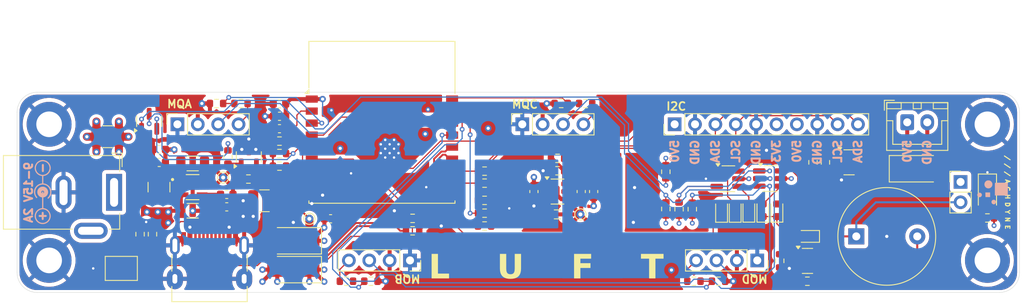
<source format=kicad_pcb>
(kicad_pcb (version 20240108) (generator "pcbnew") (generator_version "8.0")
  (layers (0 "F.Cu" signal) (1 "In1.Cu" signal) (2 "In2.Cu" signal) (31 "B.Cu" signal) (34 "B.Paste" user) (35 "F.Paste" user) (36 "B.SilkS" user "B.Silkscreen") (37 "F.SilkS" user "F.Silkscreen") (38 "B.Mask" user) (39 "F.Mask" user) (44 "Edge.Cuts" user))
  (net 0 "")
  (net 1 "/BUZZ_GND")
  (net 2 "/BUZZ_MQA")
  (net 3 "/BUZZ_MQB")
  (net 4 "/BUZZ_MQC")
  (net 5 "/FAN_GND")
  (net 6 "/PWR5V0")
  (net 7 "GND")
  (net 8 "Net-(Q2-G)")
  (net 9 "/PWR3V3")
  (net 10 "/ESP_EN")
  (net 11 "Net-(D2-A)")
  (net 12 "/ADCC_MQA")
  (net 13 "/USBC_DP")
  (net 14 "/USB_DP")
  (net 15 "/USBC_DN")
  (net 16 "/USB_DN")
  (net 17 "Net-(U1-GPIO2{slash}ADC1_CH2)")
  (net 18 "/ESP_BOOT")
  (net 19 "Net-(U3-FB)")
  (net 20 "Net-(U3-SW)")
  (net 21 "/ADC_MQA")
  (net 22 "/PWM_FAN")
  (net 23 "/ADC_LIGHT")
  (net 24 "/ADC_MQB")
  (net 25 "/ADC_MQC")
  (net 26 "/ADC_MQD")
  (net 27 "/BUZZ")
  (net 28 "/PWRIN")
  (net 29 "/SW")
  (net 30 "Net-(U2-BST)")
  (net 31 "/ADCC_MQB")
  (net 32 "/ADCC_MQC")
  (net 33 "/ADCC_MQD")
  (net 34 "Net-(U2-FB)")
  (net 35 "/SCL")
  (net 36 "/SDA")
  (net 37 "/MQ_ON")
  (net 39 "/PWRINBUCK")
  (net 41 "/PWRBUCK5V0")
  (net 42 "Net-(J6-CC2)")
  (net 43 "Net-(J6-CC1)")
  (net 44 "/PWRVBUS")
  (net 45 "/VBUS")
  (net 46 "/BUZZ_MQD")
  (net 47 "Net-(Q3-G)")
  (net 48 "/BUZZ_MCU")
  (net 49 "/BUZZ_MQIA")
  (net 50 "/BUZZ_MQIB")
  (net 51 "/BUZZ_MQIC")
  (net 52 "/BUZZ_MQID")
  (net 53 "Net-(Q4-G)")
  (net 54 "Net-(R26-Pad1)")
  (net 55 "Net-(Q1-D)")
  (net 56 "/PWRMQ")
  (net 57 "/PWRBUZZ")
  (footprint "Resistor_SMD:R_0603_1608Metric" (layer "F.Cu") (at 149.325 115.75 180)
    (property "Reference" "R4" (hide yes))
    (property "Value" "0R")
  )
  (footprint "Connector_PinHeader_2.54mm:PinHeader_1x10_P2.54mm_Vertical" (layer "F.Cu") (at 182 104 90)
    (property "Reference" "J9" (hide yes))
    (property "Value" "Conn_01x10_Pin")
  )
  (footprint "Resistor_SMD:R_0603_1608Metric" (layer "F.Cu") (at 195.1 121.05 -90)
    (property "Reference" "R27" (hide yes))
    (property "Value" "1K")
  )
  (footprint "Resistor_SMD:R_0603_1608Metric" (layer "F.Cu") (at 141.075 123.6)
    (property "Reference" "R8" (hide yes))
    (property "Value" "47K")
  )
  (footprint "Diode_SMD:D_SMA" (layer "F.Cu") (at 134.45 118.55 180)
    (property "Reference" "D4" (hide yes))
    (property "Value" "DSS34")
  )
  (footprint "Diode_SMD:D_0603_1608Metric" (layer "F.Cu") (at 193 114.7375 90)
    (property "Reference" "D9" (hide yes))
    (property "Value" "D")
  )
  (footprint "Capacitor_SMD:C_1206_3216Metric" (layer "F.Cu") (at 121.9 108.9 180)
    (property "Reference" "C5" (hide yes))
    (property "Value" "100nF16v")
  )
  (footprint "Resistor_SMD:R_0603_1608Metric" (layer "F.Cu") (at 116.89 117.725 -90)
    (property "Reference" "R25" (hide yes))
    (property "Value" "5K1")
  )
  (footprint "Resistor_SMD:R_0603_1608Metric" (layer "F.Cu") (at 180.9 114.575 -90)
    (property "Reference" "R31" (hide yes))
    (property "Value" "10K")
  )
  (footprint "Resistor_SMD:R_0603_1608Metric" (layer "F.Cu") (at 184.2 114.6 -90)
    (property "Reference" "R32" (hide yes))
    (property "Value" "10K")
  )
  (footprint "Diode_SMD:D_0603_1608Metric" (layer "F.Cu") (at 194.75 114.7375 90)
    (property "Reference" "D8" (hide yes))
    (property "Value" "D")
  )
  (footprint "Resistor_SMD:R_0603_1608Metric" (layer "F.Cu") (at 158.3 109.85 180)
    (property "Reference" "R21" (hide yes))
    (property "Value" "10K")
  )
  (footprint "Diode_SMD:D_SMA" (layer "F.Cu") (at 134.45 122.15 180)
    (property "Reference" "D3" (hide yes))
    (property "Value" "DSS34")
  )
  (footprint "Diode_SMD:D_SMA" (layer "F.Cu") (at 212.2725 109.55)
    (property "Reference" "D1" (hide yes))
    (property "Value" "DSS34")
  )
  (footprint "Buzzer_Beeper:Buzzer_12x9.5RM7.6" (layer "F.Cu") (at 204.65 118)
    (property "Reference" "BZ1" (hide yes))
    (property "Value" "Buzzer")
  )
  (footprint "Capacitor_SMD:C_0603_1608Metric" (layer "F.Cu") (at 132.725 101.45 180)
    (property "Reference" "C3" (hide yes))
    (property "Value" "100nF")
  )
  (footprint "Diode_SMD:D_0603_1608Metric" (layer "F.Cu") (at 189.55 114.75 90)
    (property "Reference" "D6" (hide yes))
    (property "Value" "D")
  )
  (footprint "Resistor_SMD:R_0603_1608Metric" (layer "F.Cu") (at 132.725 106.1 180)
    (property "Reference" "R7" (hide yes))
    (property "Value" "10K")
  )
  (footprint "Diode_SMD:D_0603_1608Metric" (layer "F.Cu") (at 198.575 118 180)
    (property "Reference" "D11" (hide yes))
    (property "Value" "D")
  )
  (footprint "Capacitor_SMD:C_0603_1608Metric" (layer "F.Cu") (at 171.9 112.4 -90)
    (property "Reference" "C10" (hide yes))
    (property "Value" "10uF")
  )
  (footprint "LD-CONNECTORS:USB_C_Receptacle_HRO_TYPE-C-31-M-12-BIG-PADS-PASTE" (layer "F.Cu") (at 124 122.25)
    (property "Reference" "J6" (hide yes))
    (property "Value" "USB_C_Receptacle_USB2.0_14P")
  )
  (footprint "Resistor_SMD:R_0603_1608Metric" (layer "F.Cu") (at 199.25 108.75 90)
    (property "Reference" "R1" (hide yes))
    (property "Value" "536")
  )
  (footprint "Package_TO_SOT_SMD:SOT-23-6_Handsoldering" (layer "F.Cu") (at 188.6 110.8)
    (property "Reference" "U4" (hide yes))
    (property "Value" "SN74LVC2GU04DBVR")
  )
  (footprint "LD-POWER:SOT95P280X100-6N" (layer "F.Cu") (at 121.89 111.85)
    (property "Reference" "U2" (hide yes))
    (property "Value" "AP62300TWU-7")
  )
  (footprint "Capacitor_SMD:C_0603_1608Metric" (layer "F.Cu") (at 126.15 112.76)
    (property "Reference" "R18" (hide yes))
    (property "Value" "56K2")
  )
  (footprint "RF_Module:ESP32-C3-WROOM-02" (layer "F.Cu") (at 145.5 106.85)
    (property "Reference" "U1" (hide yes))
    (property "Value" "ESP32-C3-WROOM-02")
  )
  (footprint "LD-SWITCH:Button_2P_3x4mm" (layer "F.Cu") (at 113 122 180)
    (property "Reference" "SW1" (hide yes))
    (property "Value" "SW_Push")
  )
  (footprint "Resistor_SMD:R_0603_1608Metric" (layer "F.Cu") (at 198.55 123.6 180)
    (property "Reference" "R28" (hide yes))
    (property "Value" "10K")
  )
  (footprint "Resistor_SMD:R_0603_1608Metric" (layer "F.Cu") (at 158.3 116.7 180)
    (property "Reference" "R35" (hide yes))
    (property "Value" "100K")
  )
  (footprint "Resistor_SMD:R_0603_1608Metric" (layer "F.Cu") (at 187.475 123.6)
    (property "Reference" "R15" (hide yes))
    (property "Value" "12K")
  )
  (footprint "Capacitor_SMD:C_0603_1608Metric" (layer "F.Cu") (at 170.35 112.4 90)
    (property "Reference" "C9" (hide yes))
    (property "Value" "10pF")
  )
  (footprint "Resistor_SMD:R_0603_1608Metric" (layer "F.Cu") (at 132.725 107.65 180)
    (property "Reference" "R37" (hide yes))
    (property "Value" "10K")
  )
  (footprint "Package_TO_SOT_SMD:SOT-23" (layer "F.Cu") (at 128.9 108.075 90)
    (property "Reference" "Q4" (hide yes))
    (property "Value" "SI2301-HXY-P-CH")
  )
  (footprint "Resistor_SMD:R_0603_1608Metric" (layer "F.Cu") (at 127.925 101.4 180)
    (property "Reference" "R9" (hide yes))
    (property "Value" "47K")
  )
  (footprint "MountingHole:MountingHole_3.2mm_M3_DIN965_Pad" (layer "F.Cu") (at 221 104)
    (property "Reference" "H2" (hide yes))
    (property "Value" "MountingHole_Pad")
  )
  (footprint "Resistor_SMD:R_0603_1608Metric" (layer "F.Cu") (at 167.85 101.4 180)
    (property "Reference" "R13" (hide yes))
    (property "Value" "12K")
  )
  (footprint "Package_TO_SOT_SMD:SOT-23" (layer "F.Cu") (at 198.5625 121.0625)
    (property "Reference" "Q3" (hide yes))
    (property "Value" "SI2300-HXY-N-CH")
  )
  (footprint "Resistor_SMD:R_0603_1608Metric" (layer "F.Cu") (at 124.875 101.4 180)
    (property "Reference" "R10" (hide yes))
    (property "Value" "12K")
  )
  (footprint "Capacitor_SMD:C_0603_1608Metric" (layer "F.Cu") (at 117.725 107.15)
    (property "Reference" "C6" (hide yes))
    (property "Value" "22uF")
  )
  (footprint "Resistor_SMD:R_0603_1608Metric" (layer "F.Cu") (at 200.8 108.75 90)
    (property "Reference" "R2" (hide yes))
    (property "Value" "10K")
  )
  (footprint "LD-MISC:R_PHOTO_3624" (layer "F.Cu") (at 161.375 114.3 -90)
    (property "Reference" "R33" (hide yes))
    (property "Value" "R_Photo")
  )
  (footprint "Package_TO_SOT_SMD:SOT-23-6_Handsoldering" (layer "F.Cu") (at 193.9 110.775)
    (property "Reference" "U5" (hide yes))
    (property "Value" "SN74LVC2GU04DBVR")
  )
  (footprint "Connector_PinSocket_2.54mm:PinSocket_1x04_P2.54mm_Vertical" (layer "F.Cu") (at 163 104 90)
    (property "Reference" "J3" (hide yes))
    (property "Value" "Conn_01x04_Socket")
  )
  (footprint "Connector_PinHeader_2.54mm:PinHeader_1x02_P2.54mm_Vertical" (layer "F.Cu") (at 217.65 111.2)
    (property "Reference" "JP1" (hide yes))
    (property "Value" "Jumper_2_Open")
  )
  (footprint "Connector_PinSocket_2.54mm:PinSocket_1x04_P2.54mm_Vertical" (layer "F.Cu") (at 120 104 90)
    (property "Reference" "J1" (hide yes))
    (property "Value" "Conn_01x04_Socket")
  )
  (footprint "LED_SMD:LED_1206_3216Metric" (layer "F.Cu") (at 221 112.495 -90)
    (property "Reference" "D2" (hide yes))
    (property "Value" "LED")
  )
  (footprint "Diode_SMD:D_0603_1608Metric" (layer "F.Cu") (at 187.85 114.75 90)
    (property "Reference" "D5" (hide yes))
    (property "Value" "CDBU0320-HF")
  )
  (footprint "Resistor_SMD:R_0603_1608Metric" (layer "F.Cu") (at 158.3 111.35 180)
    (property "Reference" "R20" (hide yes))
    (property "Value" "10K")
  )
  (footprint "Capacitor_SMD:C_0603_1608Metric" (layer "F.Cu") (at 126.15 114.31)
    (property "Reference" "R19" (hide yes))
    (property "Value" "10K")
  )
  (footprint "Resistor_SMD:R_0603_1608Metric" (layer "F.Cu") (at 158.3 115.1)
    (property "Reference" "R34" (hide yes))
    (property "Value" "200K")
  )
  (footprint "Connector_JST:JST_XH_B2B-XH-A_1x02_P2.50mm_Vertical" (layer "F.Cu") (at 211 103.75)
    (property "Reference" "J5" (hide yes))
    (property "Value" "FAN")
  )
  (footprint "Resistor_SMD:R_0603_1608Metric" (layer "F.Cu") (at 128.85 110.8375)
    (property "Reference" "R17" (hide yes))
    (property "Value" "536")
  )
  (footprint "Connector_BarrelJack:BarrelJack_GCT_DCJ200-10-A_Horizontal" (layer "F.Cu") (at 112.1 112.5 -90)
    (property "Reference" "J7" (hide yes))
    (property "Value" "Barrel_Jack")
  )
  (footprint "TestPoint:TestPoint_THTPad_D1.0mm_Drill0.5mm" (layer "F.Cu") (at 136.45 115.8)
    (property "Reference" "TP3" (hide yes))
    (property "Value" "TP_PWR5V0")
  )
  (footprint "Package_TO_SOT_SMD:SOT-23-6" (layer "F.Cu") (at 167.3875 112.4)
    (property "Reference" "U3" (hide yes))
    (property "Value" "TLV62568DDC")
  )
  (footprint "Resistor_SMD:R_0603_1608Metric" (layer "F.Cu") (at 167.4 109.8 180)
    (property "Reference" "R23" (hide yes))
    (property "Value" "44.2K")
  )
  (footprint "Resistor_SMD:R_0603_1608Metric" (layer "F.Cu") (at 132.725 109.225 180)
    (property "Reference" "R6" (hide yes))
    (property "Value" "10K")
  )
  (footprint "Capacitor_SMD:C_0603_1608Metric" (layer "F.Cu") (at 132.725 103 180)
    (property "Reference" "C1" (hide yes))
    (property "Value" "10uF")
  )
  (footprint "Diode_SMD:D_0603_1608Metric" (layer "F.Cu") (at 191.25 114.7375 90)
    (property "Reference" "D7" (hide yes))
    (property "Value" "D")
  )
  (footprint "TestPoint:TestPoint_THTPad_D1.0mm_Drill0.5mm" (layer "F.Cu") (at 170.25 115.25)
    (property "Reference" "TP2" (hide yes))
    (property "Value" "TP_PWR3V3")
  )
  (footprint "Package_TO_SOT_SMD:SOT-23" (layer "F.Cu") (at 203.75 108.75)
    (property "Reference" "Q2" (hide yes))
    (property "Value" "SI2300-HXY-N-CH")
  )
  (footprint "Resistor_SMD:R_0603_1608Metric" (layer "F.Cu") (at 167.4 108.25 180)
    (property "Reference" "R22" (hide yes))
    (property "Value" "200K")
  )
  (footprint "Package_TO_SOT_SMD:SOT-23" (layer "F.Cu") (at 116.475 103.625 90)
    (property "Reference" "Q1" (hide yes))
    (property "Value" "BSS138")
  )
  (footprint "Resistor_SMD:R_0603_1608Metric" (layer "F.Cu") (at 170.9 101.4 180)
    (property "Reference" "R12" (hide yes))
    (property "Value" "47K")
  )
  (footprint "Resistor_SMD:R_0603_1608Metric" (layer "F.Cu") (at 180.9 109.925 90)
    (property "Reference" "R29" (hide yes))
    (property "Value" "10K")
  )
  (footprint "Resistor_SMD:R_0603_1608Metric" (layer "F.Cu") (at 149.325 117.3 180)
    (property "Reference" "R5" (hide yes))
    (property "Value" "0R")
  )
  (footprint "Capacitor_SMD:C_0603_1608Metric" (layer "F.Cu") (at 117.725 108.76)
    (property "Reference" "C7" (hide yes))
    (property "Value" "22uF")
  )
  (footprint "Resistor_SMD:R_0603_1608Metric" (layer "F.Cu") (at 182.55 114.6 -90)
    (property "Reference" "R30" (hide yes))
    (property "Value" "10K")
  )
  (footprint "Resistor_SMD:R_0603_1608Metric" (layer "F.Cu") (at 158.3 113.5 180)
    (property "Reference" "R26" (hide yes))
    (property "Value" "10K")
  )
  (footprint "MountingHole:MountingHole_3.2mm_M3_DIN965_Pad" (layer "F.Cu") (at 221 121)
    (property "Reference" "H4" (hide yes))
    (property "Value" "MountingHole_Pad")
  )
  (footprint "MountingHole:MountingHole_3.2mm_M3_DIN965_Pad" (layer "F.Cu") (at 104 104)
    (property "Reference" "H1" (hide yes))
    (property "Value" "MountingHole_Pad")
  )
  (footprint "Connector_PinSocket_2.54mm:PinSocket_1x04_P2.54mm_Vertical" (layer "F.Cu") (at 192.3 121 -90)
    (property "Reference" "J4" (hide yes))
    (property "Value" "Conn_01x04_Socket")
  )
  (footprint "Resistor_SMD:R_0603_1608Metric" (layer "F.Cu") (at 184.4 123.6)
    (property "Reference" "R14" (hide yes))
    (property "Value" "47K")
  )
  (footprint "Capacitor_SMD:C_1206_3216Metric" (layer "F.Cu") (at 121.9 114.8)
    (property "Reference" "C4" (hide yes))
    (property "Value" "10uF16v")
  )
  (footprint "Resistor_SMD:R_0603_1608Metric" (layer "F.Cu") (at 126.3 108.0875 -90)
    (property "Reference" "R16" (hide yes))
    (property "Value" "1K")
  )
  (footprint "Capacitor_SMD:C_0603_1608Metric" (layer "F.Cu") (at 132.725 104.55 180)
    (property "Reference" "C2" (hide yes))
    (property "Value" "1uF")
  )
  (footprint "Resistor_SMD:R_0603_1608Metric" (layer "F.Cu") (at 221 115.7)
    (property "Reference" "R3" (hide yes))
    (property "Value" "2K2")
  )
  (footprint "Fuse:Fuse_1210_3225Metric" (layer "F.Cu") (at 130.85 113.55)
    (property "Reference" "F2" (hide yes))
    (property "Value" "FUSE_1A_TRIP")
  )
  (footprint "MountingHole:MountingHole_3.2mm_M3_DIN965_Pad" (layer "F.Cu") (at 104 121)
    (property "Reference" "H3" (hide yes))
    (property "Value" "MountingHole_Pad")
  )
  (footprint "Inductor_SMD:L_0805_2012Metric" (layer "F.Cu") (at 167.3875 115.25)
    (property "Reference" "L2" (hide yes))
    (property "Value" "INDUCTOR_2.2uH")
  )
  (footprint "Connector_PinSocket_2.54mm:PinSocket_1x04_P2.54mm_Vertical" (layer "F.Cu") (at 149 121 -90)
    (property "Reference" "J2" (hide yes))
    (property "Value" "Conn_01x04_Socket")
  )
  (footprint "Capacitor_SMD:C_0603_1608Metric" (layer "F.Cu") (at 139.1 115.8)
    (property "Reference" "C11" (hide yes))
    (property "Value" "22uF")
  )
  (footprint "TestPoint:TestPoint_THTPad_D1.0mm_Drill0.5mm" (layer "F.Cu") (at 125.7 110.65)
    (property "Reference" "TP1" (hide yes))
    (property "Value" "TP_PWRBUCK5V0")
  )
  (footprint "Capacitor_SMD:C_0603_1608Metric" (layer "F.Cu") (at 164.45 112.4 -90)
    (property "Reference" "C8" (hide yes))
    (property "Value" "4.7uF")
  )
  (footprint "Resistor_SMD:R_0603_1608Metric" (layer "F.Cu") (at 115.34 117.725 -90)
    (property "Reference" "R24" (hide yes))
    (property "Value" "5K1")
  )
  (footprint "Inductor_SMD:L_1210_3225Metric" (layer "F.Cu") (at 117.7 111.85 90)
    (property "Reference" "L1" (hide yes))
    (property "Value" "INDUCTOR_3.3uH")
  )
  (footprint "Resistor_SMD:R_0603_1608Metric" (layer "F.Cu") (at 144.125 123.6)
    (property "Reference" "R11" (hide yes))
    (property "Value" "12K")
  )
  (footprint "Fuse:Fuse_1210_3225Metric" (layer "F.Cu") (at 111.3 105.55)
    (property "Reference" "F1" (hide yes))
    (property "Value" "FUSE_2.5A_TRIP")
  )
  (footprint "Symbol:Symbol_Barrel_Polarity" (layer "B.Cu") (at 103.125 112.463125 -90)
    (property "Reference" "REF**" (hide yes))
    (property "Value" "Symbol_Barrel_Polarity")
  )
  (footprint "LD-LOGO:ld-kicad" (layer "B.Cu") (at 221.7 112.346993 -90)
    (property "Reference" "G***" (hide yes))
    (property "Value" "LOGO")
  )
  (gr_line (start 225 102.5) (end 225 122.5) (stroke (width 0.05)) (layer "Edge.Cuts"))
  (gr_line (start 222.5 125) (end 102.5 125) (stroke (width 0.05)) (layer "Edge.Cuts"))
  (gr_arc (start 225 122.5) (mid 224.267767 124.267767) (end 222.5 125) (stroke (width 0.05)) (layer "Edge.Cuts"))
  (gr_arc (start 100 102.5) (mid 100.732233 100.732233) (end 102.5 100) (stroke (width 0.05)) (layer "Edge.Cuts"))
  (gr_arc (start 102.5 125) (mid 100.732233 124.267767) (end 100 122.5) (stroke (width 0.05)) (layer "Edge.Cuts"))
  (gr_arc (start 222.5 100) (mid 224.267767 100.732233) (end 225 102.5) (stroke (width 0.05)) (layer "Edge.Cuts"))
  (gr_line (start 100 122.5) (end 100 102.5) (stroke (width 0.05)) (layer "Edge.Cuts"))
  (gr_line (start 102.5 100) (end 222.5 100) (stroke (width 0.05)) (layer "Edge.Cuts"))
  (gr_text "GND" (at 199.775 105.825 90) (layer "B.SilkS") (effects (font (size 1 1) (thickness 0.25) (bold yes)) (justify left mirror)))
  (gr_text "GND" (at 213.475 105.825 90) (layer "B.SilkS") (effects (font (size 1 1) (thickness 0.25) (bold yes)) (justify left mirror)))
  (gr_text "+" (at 103.2 115.513125 180) (layer "B.SilkS") (effects (font (size 1 1) (thickness 0.25) (bold yes)) (justify mirror)))
  (gr_text "9-15V 2A" (at 101.425 112.5 90) (layer "B.SilkS") (effects (font (size 1 1) (thickness 0.25) (bold yes)) (justify mirror)))
  (gr_text "SCL" (at 189.625 105.825 90) (layer "B.SilkS") (effects (font (size 1 1) (thickness 0.25) (bold yes)) (justify left mirror)))
  (gr_text "GND" (at 192.15 105.825 90) (layer "B.SilkS") (effects (font (size 1 1) (thickness 0.25) (bold yes)) (justify left mirror)))
  (gr_text "SCL" (at 202.325 105.825 90) (layer "B.SilkS") (effects (font (size 1 1) (thickness 0.25) (bold yes)) (justify left mirror)))
  (gr_text "3V3" (at 194.675 105.825 90) (layer "B.SilkS") (effects (font (size 1 1) (thickness 0.25) (bold yes)) (justify left mirror)))
  (gr_text "SDA" (at 204.85 105.825 90) (layer "B.SilkS") (effects (font (size 1 1) (thickness 0.25) (bold yes)) (justify left mirror)))
  (gr_text "5V0" (at 182 105.825 90) (layer "B.SilkS") (effects (font (size 1 1) (thickness 0.25) (bold yes)) (justify left mirror)))
  (gr_text "5V0" (at 211 105.825 90) (layer "B.SilkS") (effects (font (size 1 1) (thickness 0.25) (bold yes)) (justify left mirror)))
  (gr_text "GND" (at 184.525 105.825 90) (layer "B.SilkS") (effects (font (size 1 1) (thickness 0.25) (bold yes)) (justify left mirror)))
  (gr_text "5V0" (at 197.225 105.825 90) (layer "B.SilkS") (effects (font (size 1 1) (thickness 0.25) (bold yes)) (justify left mirror)))
  (gr_text "SDA" (at 187.075 105.825 90) (layer "B.SilkS") (effects (font (size 1 1) (thickness 0.25) (bold yes)) (justify left mirror)))
  (gr_text "-" (at 103.15 109.463125 90) (layer "B.SilkS") (effects (font (size 1 1) (thickness 0.25) (bold yes)) (justify mirror)))
  (gr_text "MQD" (at 193.7 122.7 180) (layer "F.SilkS") (effects (font (size 1 1) (thickness 0.2) (bold yes)) (justify left bottom)))
  (gr_text "MQA" (at 118.6 102.05 0) (layer "F.SilkS") (effects (font (size 1 1) (thickness 0.2) (bold yes)) (justify left bottom)))
  (gr_text "/ / / A C H D Y N E" (at 223.5 112.5 270) (layer "F.SilkS") (effects (font (size 0.55 0.55) (thickness 0.1375) (bold yes))))
  (gr_text "I2C" (at 180.85 102.35 0) (layer "F.SilkS") (effects (font (size 1 1) (thickness 0.2) (bold yes)) (justify left bottom)))
  (gr_text "MQC" (at 161.6 102.1 0) (layer "F.SilkS") (effects (font (size 1 1) (thickness 0.2) (bold yes)) (justify left bottom)))
  (gr_text "MQB" (at 150.4 122.7 180) (layer "F.SilkS") (effects (font (size 1 1) (thickness 0.2) (bold yes)) (justify left bottom)))
  (gr_text "L    U    F    T" (at 165.975 122 0) (layer "F.SilkS") (effects (font (size 3 3) (thickness 0.3) (bold yes))))
  (segment (start 212.25 119.775) (end 212.25 118) (width 0.25) (layer "F.Cu") (net 1))
  (segment (start 210.9625 121.0625) (end 212.25 119.775) (width 0.25) (layer "F.Cu") (net 1))
  (segment (start 199.5 121.0625) (end 210.9625 121.0625) (width 0.25) (layer "F.Cu") (net 1))
  (segment (start 197.7875 118) (end 199.5 119.7125) (width 0.25) (layer "F.Cu") (net 1))
  (segment (start 199.5 119.7125) (end 199.5 121.0625) (width 0.25) (layer "F.Cu") (net 1))
  (segment (start 183.15 110.75) (end 184.05 109.85) (width 0.15) (layer "F.Cu") (net 2))
  (segment (start 180.9 110.75) (end 180.9 111.625) (width 0.15) (layer "F.Cu") (net 2))
  (segment (start 187.25 109.85) (end 185.9 109.85) (width 0.15) (layer "F.Cu") (net 2))
  (segment (start 184.05 109.85) (end 185.9 109.85) (width 0.15) (layer "F.Cu") (net 2))
  (segment (start 180.9 110.75) (end 183.15 110.75) (width 0.15) (layer "F.Cu") (net 2))
  (via (at 180.9 111.625) (size 0.6) (drill 0.3) (layers "F.Cu" "B.Cu") (net 2))
  (segment (start 125.08 104) (end 127.68 101.4) (width 0.15) (layer "B.Cu") (net 2))
  (segment (start 127.68 101.4) (end 132.8 101.4) (width 0.15) (layer "B.Cu") (net 2))
  (segment (start 172.9 100.6) (end 176.25 103.95) (width 0.15) (layer "B.Cu") (net 2))
  (segment (start 176.25 107.35) (end 180.525 111.625) (width 0.15) (layer "B.Cu") (net 2))
  (segment (start 138.35 105.1) (end 142.85 100.6) (width 0.15) (layer "B.Cu") (net 2))
  (segment (start 180.525 111.625) (end 180.9 111.625) (width 0.15) (layer "B.Cu") (net 2))
  (segment (start 142.85 100.6) (end 172.9 100.6) (width 0.15) (layer "B.Cu") (net 2))
  (segment (start 132.8 101.4) (end 136.5 105.1) (width 0.15) (layer "B.Cu") (net 2))
  (segment (start 176.25 103.95) (end 176.25 107.35) (width 0.15) (layer "B.Cu") (net 2))
  (segment (start 136.5 105.1) (end 138.35 105.1) (width 0.15) (layer "B.Cu") (net 2))
  (segment (start 182.55 113.775) (end 182.55 112.85) (width 0.15) (layer "F.Cu") (net 3))
  (segment (start 183.65 111.75) (end 182.55 112.85) (width 0.15) (layer "F.Cu") (net 3))
  (segment (start 187.25 111.75) (end 183.65 111.75) (width 0.15) (layer "F.Cu") (net 3))
  (via (at 182.55 112.85) (size 0.6) (drill 0.3) (layers "F.Cu" "B.Cu") (net 3))
  (segment (start 183.95 123.8) (end 184.4 123.35) (width 0.15) (layer "B.Cu") (net 3))
  (segment (start 186.65 123.35) (end 187.8 124.5) (width 0.15) (layer "B.Cu") (net 3))
  (segment (start 145.32 122.4) (end 147.1 122.4) (width 0.15) (layer "B.Cu") (net 3))
  (segment (start 147.1 122.4) (end 148.5 123.8) (width 0.15) (layer "B.Cu") (net 3))
  (segment (start 191.45 108.975) (end 188.675 111.75) (width 0.15) (layer "B.Cu") (net 3))
  (segment (start 187.8 124.5) (end 191.75 124.5) (width 0.15) (layer "B.Cu") (net 3))
  (segment (start 194.425 121.825) (end 194.425 109.4) (width 0.15) (layer "B.Cu") (net 3))
  (segment (start 184.4 123.35) (end 186.65 123.35) (width 0.15) (layer "B.Cu") (net 3))
  (segment (start 183.65 111.75) (end 182.55 112.85) (width 0.15) (layer "B.Cu") (net 3))
  (segment (start 194.425 109.4) (end 194 108.975) (width 0.15) (layer "B.Cu") (net 3))
  (segment (start 148.5 123.8) (end 183.95 123.8) (width 0.15) (layer "B.Cu") (net 3))
  (segment (start 191.75 124.5) (end 194.425 121.825) (width 0.15) (layer "B.Cu") (net 3))
  (segment (start 194 108.975) (end 191.45 108.975) (width 0.15) (layer "B.Cu") (net 3))
  (segment (start 188.675 111.75) (end 183.65 111.75) (width 0.15) (layer "B.Cu") (net 3))
  (segment (start 143.92 121) (end 145.32 122.4) (width 0.15) (layer "B.Cu") (net 3))
  (segment (start 180.9 113.75) (end 180.9 112.85) (width 0.15) (layer "F.Cu") (net 4))
  (segment (start 192.55 109.825) (end 193.85 109.825) (width 0.15) (layer "F.Cu") (net 4))
  (via (at 193.85 109.825) (size 0.6) (drill 0.3) (layers "F.Cu" "B.Cu") (net 4))
  (via (at 180.9 112.85) (size 0.6) (drill 0.3) (layers "F.Cu" "B.Cu") (net 4))
  (segment (start 171.18 100.9) (end 172.55 100.9) (width 0.15) (layer "B.Cu") (net 4))
  (segment (start 183.4 112.65) (end 183.4 113.05) (width 0.15) (layer "B.Cu") (net 4))
  (segment (start 175.75 107.7) (end 180.9 112.85) (width 0.15) (layer "B.Cu") (net 4))
  (segment (start 191.225 109.825) (end 188.85 112.2) (width 0.15) (layer "B.Cu") (net 4))
  (segment (start 183.4 113.05) (end 182.7 113.75) (width 0.15) (layer "B.Cu") (net 4))
  (segment (start 183.85 112.2) (end 183.4 112.65) (width 0.15) (layer "B.Cu") (net 4))
  (segment (start 181.8 113.75) (end 180.9 112.85) (width 0.15) (layer "B.Cu") (net 4))
  (segment (start 182.7 113.75) (end 181.8 113.75) (width 0.15) (layer "B.Cu") (net 4))
  (segment (start 168.08 104) (end 171.18 100.9) (width 0.15) (layer "B.Cu") (net 4))
  (segment (start 172.55 100.9) (end 175.75 104.1) (width 0.15) (layer "B.Cu") (net 4))
  (segment (start 188.85 112.2) (end 183.85 112.2) (width 0.15) (layer "B.Cu") (net 4))
  (segment (start 193.85 109.825) (end 191.225 109.825) (width 0.15) (layer "B.Cu") (net 4))
  (segment (start 175.75 104.1) (end 175.75 107.7) (width 0.15) (layer "B.Cu") (net 4))
  (segment (start 214.2725 110.7775) (end 214.2725 109.55) (width 0.5) (layer "F.Cu") (net 5))
  (segment (start 205.95 108.75) (end 208.65 111.45) (width 0.5) (layer "F.Cu") (net 5))
  (segment (start 213.5 103.75) (end 213.5 108.7775) (width 0.5) (layer "F.Cu") (net 5))
  (segment (start 204.6875 108.75) (end 205.95 108.75) (width 0.5) (layer "F.Cu") (net 5))
  (segment (start 208.65 111.45) (end 213.6 111.45) (width 0.5) (layer "F.Cu") (net 5))
  (segment (start 213.6 111.45) (end 214.2725 110.7775) (width 0.5) (layer "F.Cu") (net 5))
  (segment (start 213.5 108.7775) (end 214.2725 109.55) (width 0.5) (layer "F.Cu") (net 5))
  (segment (start 130.4625 110.8375) (end 129.675 110.8375) (width 0.25) (layer "F.Cu") (net 6))
  (segment (start 136.45 115.8) (end 134.925 114.275) (width 0.25) (layer "F.Cu") (net 6))
  (segment (start 167.4 112.887499) (end 167.862501 113.35) (width 0.5) (layer "F.Cu") (net 6))
  (segment (start 134.925 114.275) (end 134.925 110.8) (width 0.25) (layer "F.Cu") (net 6))
  (segment (start 182.55 115.425) (end 182.55 116.375) (width 0.15) (layer "F.Cu") (net 6))
  (segment (start 195.25 110.775) (end 196.55 110.775) (width 0.25) (layer "F.Cu") (net 6))
  (segment (start 136.45 118.55) (end 138.3 118.55) (width 0.5) (layer "F.Cu") (net 6))
  (segment (start 221.825 115.7) (end 221.825 116.65) (width 0.25) (layer "F.Cu") (net 6))
  (segment (start 136.8 122.15) (end 138.3 123.65) (width 0.5) (layer "F.Cu") (net 6))
  (segment (start 136.45 122.15) (end 138.3 122.15) (width 0.5) (layer "F.Cu") (net 6))
  (segment (start 136.45 118.55) (end 136.65 118.55) (width 0.5) (layer "F.Cu") (net 6))
  (segment (start 136.45 122.15) (end 136.8 122.15) (width 0.5) (layer "F.Cu") (net 6))
  (segment (start 134.925 110.8) (end 134.45 110.325) (width 0.25) (layer "F.Cu") (net 6))
  (segment (start 211 108.8225) (end 210.2725 109.55) (width 0.5) (layer "F.Cu") (net 6))
  (segment (start 180.9 115.4) (end 180.9 116.35) (width 0.15) (layer "F.Cu") (net 6))
  (segment (start 189.95 110.8) (end 191.25 110.8) (width 0.25) (layer "F.Cu") (net 6))
  (segment (start 180.9 109.1) (end 180.9 108.225) (width 0.15) (layer "F.Cu") (net 6))
  (segment (start 130.975 110.325) (end 130.4625 110.8375) (width 0.25) (layer "F.Cu") (net 6))
  (segment (start 164.625 111.45) (end 164.45 111.625) (width 0.5) (layer "F.Cu") (net 6))
  (segment (start 129.675 109.1875) (end 129.85 109.0125) (width 0.25) (layer "F.Cu") (net 6))
  (segment (start 167.862501 113.35) (end 168.525 113.35) (width 0.5) (layer "F.Cu") (net 6))
  (segment (start 164.45 111.625) (end 164.45 110.6) (width 0.5) (layer "F.Cu") (net 6))
  (segment (start 138.325 116.875) (end 138.3 116.9) (width 0.5) (layer "F.Cu") (net 6))
  (segment (start 211 103.75) (end 211 108.8225) (width 0.5) (layer "F.Cu") (net 6))
  (segment (start 129.675 110.8375) (end 129.675 109.1875) (width 0.25) (layer "F.Cu") (net 6))
  (segment (start 166.912499 111.45) (end 167.4 111.937501) (width 0.5) (layer "F.Cu") (net 6))
  (segment (start 136.45 122.15) (end 136.45 123.65) (width 0.5) (layer "F.Cu") (net 6))
  (segment (start 138.325 115.8) (end 138.325 116.875) (width 0.5) (layer "F.Cu") (net 6))
  (segment (start 136.65 118.55) (end 138.3 116.9) (width 0.5) (layer "F.Cu") (net 6))
  (segment (start 166.25 111.45) (end 164.625 111.45) (width 0.5) (layer "F.Cu") (net 6))
  (segment (start 166.25 111.45) (end 166.912499 111.45) (width 0.5) (layer "F.Cu") (net 6))
  (segment (start 136.45 115.8) (end 136.45 118.55) (width 1) (layer "F.Cu") (net 6))
  (segment (start 184.2 115.425) (end 184.2 116.35) (width 0.15) (layer "F.Cu") (net 6))
  (segment (start 167.4 111.937501) (end 167.4 112.887499) (width 0.5) (layer "F.Cu") (net 6))
  (segment (start 134.45 110.325) (end 130.975 110.325) (width 0.25) (layer "F.Cu") (net 6))
  (via (at 182.55 116.375) (size 0.6) (drill 0.3) (layers "F.Cu" "B.Cu") (net 6))
  (via (at 136.45 123.65) (size 0.8) (drill 0.4) (layers "F.Cu" "B.Cu") (net 6))
  (via (at 164.45 110.6) (size 0.8) (drill 0.4) (layers "F.Cu" "B.Cu") (net 6))
  (via (at 138.3 123.65) (size 0.8) (drill 0.4) (layers "F.Cu" "B.Cu") (net 6))
  (via (at 138.3 118.55) (size 0.8) (drill 0.4) (layers "F.Cu" "B.Cu") (net 6))
  (via (at 180.9 116.35) (size 0.6) (drill 0.3) (layers "F.Cu" "B.Cu") (net 6))
  (via (at 180.9 108.225) (size 0.6) (drill 0.3) (layers "F.Cu" "B.Cu") (net 6))
  (via (at 184.2 116.35) (size 0.6) (drill 0.3) (layers "F.Cu" "B.Cu") (net 6))
  (via (at 191.25 110.8) (size 0.6) (drill 0.3) (layers "F.Cu" "B.Cu") (net 6))
  (via (at 196.55 110.775) (size 0.6) (drill 0.3) (layers "F.Cu" "B.Cu") (net 6))
  (via (at 138.3 122.15) (size 0.8) (drill 0.4) (layers "F.Cu" "B.Cu") (net 6))
  (via (at 221.825 116.65) (size 0.6) (drill 0.3) (layers "F.Cu" "B.Cu") (net 6))
  (via (at 138.3 116.9) (size 0.8) (drill 0.4) (layers "F.Cu" "B.Cu") (net 6))
  (segment (start 124.05 101.4) (end 123.05 101.4) (width 0.5) (layer "F.Cu") (net 7))
  (segment (start 125.375 114.31) (end 123.865 114.31) (width 0.5) (layer "F.Cu") (net 7))
  (segment (start 197.625 122.0125) (end 198.7875 122.0125) (width 0.25) (layer "F.Cu") (net 7))
  (segment (start 187.25 110.8) (end 185.9 110.8) (width 0.25) (layer "F.Cu") (net 7))
  (segment (start 136.75 112.85) (end 138.1 112.85) (width 0.5) (layer "F.Cu") (net 7))
  (segment (start 197.625 122.0125) (end 196.3125 122.0125) (width 0.25) (layer "F.Cu") (net 7))
  (segment (start 199.375 122.6) (end 199.375 123.6) (width 0.25) (layer "F.Cu") (net 7))
  (segment (start 121.9 111.43) (end 121.9 114.8) (width 0.5) (layer "F.Cu") (net 7))
  (segment (start 136.75 112.85) (end 136.75 113.9) (width 0.5) (layer "F.Cu") (net 7))
  (segment (start 115.4 116.9) (end 116.1 116.2) (width 0.15) (layer "F.Cu") (net 7))
  (segment (start 118.5 107.15) (end 118.5 108.76) (width 0.5) (layer "F.Cu") (net 7))
  (segment (start 110.5 122) (end 109.5 122) (width 0.15) (layer "F.Cu") (net 7))
  (segment (start 131.95 103) (end 130.925 103) (width 0.25) (layer "F.Cu") (net 7))
  (segment (start 118.5 107.15) (end 119.6 107.15) (width 0.5) (layer "F.Cu") (net 7))
  (segment (start 164.45 113.175) (end 164.45 114.2) (width 0.5) (layer "F.Cu") (net 7))
  (segment (start 165.225 112.4) (end 164.45 113.175) (width 0.5) (layer "F.Cu") (net 7))
  (segment (start 115.34 116.9) (end 115.4 116.9) (width 0.15) (layer "F.Cu") (net 7))
  (segment (start 120.595 118.205) (end 119.68 119.12) (width 0.5) (layer "F.Cu") (net 7))
  (segment (start 127.25 118.205) (end 127.405 118.205) (width 0.5) (layer "F.Cu") (net 7))
  (segment (start 221 111.1) (end 221 110) (width 0.25) (layer "F.Cu") (net 7))
  (segment (start 161.375 115.9) (end 161.375 114.5) (width 0.15) (layer "F.Cu") (net 7))
  (segment (start 120.75 118.205) (end 120.595 118.205) (width 0.5) (layer "F.Cu") (net 7))
  (segment (start 159.125 116.7) (end 159.925 115.9) (width 0.15) (layer "F.Cu") (net 7))
  (segment (start 127.405 118.205) (end 128.32 119.12) (width 0.5) (layer "F.Cu") (net 7))
  (segment (start 144.95 123.6) (end 145.95 123.6) (width 0.5) (layer "F.Cu") (net 7))
  (segment (start 167.025 101.4) (end 166.05 101.4) (width 0.5) (layer "F.Cu") (net 7))
  (segment (start 198.7875 122.0125) (end 199.375 122.6) (width 0.25) (layer "F.Cu") (net 7))
  (segment (start 123.375 114.8) (end 121.9 114.8) (width 0.5) (layer "F.Cu") (net 7))
  (segment (start 116.8 116.9) (end 116.1 116.2) (width 0.15) (layer "F.Cu") (net 7))
  (segment (start 166.575 109.8) (end 165.6 109.8) (width 0.5) (layer "F.Cu") (net 7))
  (segment (start 196.3125 122.0125) (end 196.3 122) (width 0.25) (layer "F.Cu") (net 7))
  (segment (start 166.25 112.4) (end 165.225 112.4) (width 0.5) (layer "F.Cu") (net 7))
  (segment (start 121.37 110.9) (end 121.9 111.43) (width 0.5) (layer "F.Cu") (net 7))
  (segment (start 192.55 110.775) (end 193.9 110.775) (width 0.25) (layer "F.Cu") (net 7))
  (segment (start 202.8125 110.9375) (end 202.8 110.95) (width 0.5) (layer "F.Cu") (net 7))
  (segment (start 188.3 123.6) (end 189.3 123.6) (width 0.5) (layer "F.Cu") (net 7))
  (segment (start 171.9 113.175) (end 171.9 114.2) (width 0.5) (layer "F.Cu") (net 7))
  (segment (start 123.865 114.31) (end 123.375 114.8) (width 0.5) (layer "F.Cu") (net 7))
  (segment (start 159.925 115.9) (end 161.375 115.9) (width 0.15) (layer "F.Cu") (net 7))
  (segment (start 120.7 110.9) (end 121.37 110.9) (width 0.5) (layer "F.Cu") (net 7))
  (segment (start 116.89 116.9) (end 116.8 116.9) (width 0.15) (layer "F.Cu") (net 7))
  (segment (start 202.8125 109.7) (end 202.8125 110.9375) (width 0.5) (layer "F.Cu") (net 7))
  (via (at 161.375 114.5) (size 0.6) (drill 0.3) (layers "F.Cu" "B.Cu") (net 7))
  (via (at 152.9 116.7) (size 0.8) (drill 0.4) (layers "F.Cu" "B.Cu") (net 7))
  (via (at 165.6 109.8) (size 0.8) (drill 0.4) (layers "F.Cu" "B.Cu") (net 7))
  (via (at 121.9 114.8) (size 0.8) (drill 0.4) (layers "F.Cu" "B.Cu") (net 7))
  (via (at 123.05 101.4) (size 0.8) (drill 0.4) (layers "F.Cu" "B.Cu") (net 7))
  (via (at 202.8 110.95) (size 0.8) (drill 0.4) (layers "F.Cu" "B.Cu") (net 7))
  (via (at 151.025 111.85) (size 0.6) (drill 0.3) (layers "F.Cu" "B.Cu") (net 7))
  (via (at 181.6 122.2) (size 0.8) (drill 0.4) (layers "F.Cu" "B.Cu") (net 7))
  (via (at 109.5 122) (size 0.6) (drill 0.3) (layers "F.Cu" "B.Cu") (net 7))
  (via (at 138.1 112.85) (size 0.8) (drill 0.4) (layers "F.Cu" "B.Cu") (net 7))
  (via (at 221 110) (size 0.6) (drill 0.3) (layers "F.Cu" "B.Cu") (net 7))
  (via (at 140.3 107) (size 0.8) (drill 0.4) (layers "F.Cu" "B.Cu") (net 7))
  (via (at 193.9 110.775) (size 0.6) (drill 0.3) (layers "F.Cu" "B.Cu") (net 7))
  (via (at 158.75 104.5) (size 0.8) (drill 0.4) (layers "F.Cu" "B.Cu") (net 7))
  (via (at 196.3 122) (size 0.8) (drill 0.4) (layers "F.Cu" "B.Cu") (net 7))
  (via (at 151.25 102.15) (size 0.6) (drill 0.3) (layers "F.Cu" "B.Cu") (net 7))
  (via (at 193.45 107.25) (size 0.8) (drill 0.4) (layers "F.Cu" "B.Cu") (net 7))
  (via (at 136.75 113.9) (size 0.8) (drill 0.4) (layers "F.Cu" "B.Cu") (net 7))
  (via (at 150.9 105.2) (size 0.8) (drill 0.4) (layers "F.Cu" "B.Cu") (net 7))
  (via (at 189.3 123.6) (size 0.8) (drill 0.4) (layers "F.Cu" "B.Cu") (net 7))
  (via (at 176.85 116.25) (size 0.8) (drill 0.4) (layers "F.Cu" "B.Cu") (net 7))
  (via (at 116.1 116.2) (size 0.6) (drill 0.3) (layers "F.Cu" "B.Cu") (net 7))
  (via (at 119.6 107.15) (size 0.8) (drill 0.4) (layers "F.Cu" "B.Cu") (net 7))
  (via (at 185.9 110.8) (size 0.6) (drill 0.3) (layers "F.Cu" "B.Cu") (net 7))
  (via (at 177 111.9) (size 0.8) (drill 0.4) (layers "F.Cu" "B.Cu") (net 7))
  (via (at 141.65 110.125) (size 0.6) (drill 0.3) (layers "F.Cu" "B.Cu") (net 7))
  (via (at 147.05 114.8) (size 0.8) (drill 0.4) (layers "F.Cu" "B.Cu") (net 7))
  (via (at 208.45 118) (size 0.8) (drill 0.4) (layers "F.Cu" "B.Cu") (net 7))
  (via (at 130.925 103) (size 0.8) (drill 0.4) (layers "F.Cu" "B.Cu") (net 7))
  (via (at 134.45 116.25) (size 0.8) (drill 0.4) (layers "F.Cu" "B.Cu") (net 7))
  (via (at 145.95 123.6) (size 0.8) (drill 0.4) (layers "F.Cu" "B.Cu") (net 7))
  (via (at 171.9 114.2) (size 0.8) (drill 0.4) (layers "F.Cu" "B.Cu") (net 7))
  (via (at 166.05 101.4) (size 0.8) (drill 0.4) (layers "F.Cu" "B.Cu") (net 7))
  (via (at 139.2 102.25) (size 0.6) (drill 0.3) (layers "F.Cu" "B.Cu") (net 7))
  (via (at 164.45 114.2) (size 0.8) (drill 0.4) (layers "F.Cu" "B.Cu") (net 7))
  (segment (start 199.25 107.925) (end 200.8 107.925) (width 0.25) (layer "F.Cu") (net 8))
  (segment (start 202.8125 107.8) (end 200.925 107.8) (width 0.25) (layer "F.Cu") (net 8))
  (segment (start 200.925 107.8) (end 200.8 107.925) (width 0.25) (layer "F.Cu") (net 8))
  (segment (start 168.45 115.25) (end 170.25 115.25) (width 0.5) (layer "F.Cu") (net 9))
  (segment (start 159.125 109.85) (end 159.125 111.35) (width 0.15) (layer "F.Cu") (net 9))
  (segment (start 133.5 103) (end 132.75 103.75) (width 0.25) (layer "F.Cu") (net 9))
  (segment (start 136.65 100.85) (end 134.1 100.85) (width 0.5) (layer "F.Cu") (net 9))
  (segment (start 134.1 100.85) (end 133.5 101.45) (width 0.5) (layer "F.Cu") (net 9))
  (segment (start 170.35 113.175) (end 171.9 111.625) (width 0.5) (layer "F.Cu") (net 9))
  (segment (start 159.125 111.85) (end 157.475 113.5) (width 0.15) (layer "F.Cu") (net 9))
  (segment (start 159.125 111.35) (end 159.125 111.85) (width 0.15) (layer "F.Cu") (net 9))
  (segment (start 131.9 106.1) (end 131.9 107.65) (width 0.25) (layer "F.Cu") (net 9))
  (segment (start 170.35 113.175) (end 170.35 115.15) (width 0.5) (layer "F.Cu") (net 9))
  (segment (start 115.525 104.5625) (end 115.525 103.35) (width 0.15) (layer "F.Cu") (net 9))
  (segment (start 132.75 105.25) (end 131.9 106.1) (width 0.25) (layer "F.Cu") (net 9))
  (segment (start 136.75 100.85) (end 136.65 100.85) (width 0.5) (layer "F.Cu") (net 9))
  (segment (start 170.35 115.15) (end 170.25 115.25) (width 0.5) (layer "F.Cu") (net 9))
  (segment (start 131.9 107.65) (end 131.9 109.225) (width 0.25) (layer "F.Cu") (net 9))
  (segment (start 132.75 103.75) (end 132.75 105.25) (width 0.25) (layer "F.Cu") (net 9))
  (segment (start 133.5 103) (end 133.5 101.45) (width 0.5) (layer "F.Cu") (net 9))
  (segment (start 136.75 100.85) (end 138.1 100.85) (width 0.5) (layer "F.Cu") (net 9))
  (segment (start 159.125 109.85) (end 160 109.85) (width 0.15) (layer "F.Cu") (net 9))
  (via (at 115.525 103.35) (size 0.6) (drill 0.3) (layers "F.Cu" "B.Cu") (net 9))
  (via (at 138.1 100.85) (size 0.8) (drill 0.4) (layers "F.Cu" "B.Cu") (net 9))
  (segment (start 138.825 103.95) (end 138.825 103.475) (width 0.15) (layer "B.Cu") (net 9))
  (segment (start 125.825 102.4) (end 127.2 101.025) (width 0.15) (layer "B.Cu") (net 9))
  (segment (start 137.175 104.575) (end 138.2 104.575) (width 0.15) (layer "B.Cu") (net 9))
  (segment (start 138.825 103.475) (end 138.1 102.75) (width 0.15) (layer "B.Cu") (net 9))
  (segment (start 116.475 102.4) (end 125.825 102.4) (width 0.15) (layer "B.Cu") (net 9))
  (segment (start 138.2 104.575) (end 138.825 103.95) (width 0.15) (layer "B.Cu") (net 9))
  (segment (start 115.525 103.35) (end 116.475 102.4) (width 0.15) (layer "B.Cu") (net 9))
  (segment (start 138.1 102.75) (end 138.1 100.85) (width 0.15) (layer "B.Cu") (net 9))
  (segment (start 127.2 101.025) (end 133.625 101.025) (width 0.15) (layer "B.Cu") (net 9))
  (segment (start 133.625 101.025) (end 137.175 104.575) (width 0.15) (layer "B.Cu") (net 9))
  (segment (start 133.5 104.55) (end 134.45 104.55) (width 0.15) (layer "F.Cu") (net 10))
  (segment (start 135.4 102.35) (end 136.75 102.35) (width 0.15) (layer "F.Cu") (net 10))
  (segment (start 134.45 104.55) (end 134.9 104.1) (width 0.15) (layer "F.Cu") (net 10))
  (segment (start 133.55 106.1) (end 133.55 104.6) (width 0.15) (layer "F.Cu") (net 10))
  (segment (start 134.9 102.85) (end 135.4 102.35) (width 0.15) (layer "F.Cu") (net 10))
  (segment (start 133.55 104.6) (end 133.5 104.55) (width 0.15) (layer "F.Cu") (net 10))
  (segment (start 134.9 104.1) (end 134.9 102.85) (width 0.15) (layer "F.Cu") (net 10))
  (segment (start 221 113.9) (end 221 114.875) (width 0.25) (layer "F.Cu") (net 11))
  (segment (start 221 114.875) (end 220.175 115.7) (width 0.25) (layer "F.Cu") (net 11))
  (segment (start 128.75 101.4) (end 128.75 102.87) (width 0.15) (layer "F.Cu") (net 12))
  (segment (start 128.75 102.87) (end 127.62 104) (width 0.15) (layer "F.Cu") (net 12))
  (segment (start 147.209999 116.3275) (end 142.243192 116.3275) (width 0.23) (layer "F.Cu") (net 13))
  (segment (start 130.468192 120.1025) (end 129.668192 120.9025) (width 0.23) (layer "F.Cu") (net 13))
  (segment (start 124.75 117.3) (end 124.75 118.205) (width 0.23) (layer "F.Cu") (net 13))
  (segment (start 123.75 118.205) (end 123.75 117.3) (width 0.23) (layer "F.Cu") (net 13))
  (segment (start 138.468192 120.1025) (end 130.468192 120.1025) (width 0.23) (layer "F.Cu") (net 13))
  (segment (start 147.787499 115.75) (end 147.209999 116.3275) (width 0.23) (layer "F.Cu") (net 13))
  (segment (start 124.75 119.292501) (end 124.75 118.205) (width 0.23) (layer "F.Cu") (net 13))
  (segment (start 124.6975 119.818192) (end 124.6975 119.345001) (width 0.23) (layer "F.Cu") (net 13))
  (segment (start 142.243192 116.3275) (end 138.468192 120.1025) (width 0.23) (layer "F.Cu") (net 13))
  (segment (start 125.781808 120.9025) (end 124.6975 119.818192) (width 0.23) (layer "F.Cu") (net 13))
  (segment (start 123.75 117.3) (end 123.95 117.1) (width 0.23) (layer "F.Cu") (net 13))
  (segment (start 124.6975 119.345001) (end 124.75 119.292501) (width 0.23) (layer "F.Cu") (net 13))
  (segment (start 129.668192 120.9025) (end 125.781808 120.9025) (width 0.23) (layer "F.Cu") (net 13))
  (segment (start 123.95 117.1) (end 124.55 117.1) (width 0.23) (layer "F.Cu") (net 13))
  (segment (start 124.55 117.1) (end 124.75 117.3) (width 0.23) (layer "F.Cu") (net 13))
  (segment (start 148.5 115.75) (end 147.787499 115.75) (width 0.23) (layer "F.Cu") (net 13))
  (segment (start 153.3975 107.4025) (end 153.95 106.85) (width 0.23) (layer "F.Cu") (net 14))
  (segment (start 152.0025 108.318192) (end 152.918192 107.4025) (width 0.23) (layer "F.Cu") (net 14))
  (segment (start 153.95 106.85) (end 154.25 106.85) (width 0.23) (layer "F.Cu") (net 14))
  (segment (start 152.0025 114.888885) (end 152.0025 108.318192) (width 0.23) (layer "F.Cu") (net 14))
  (segment (start 151.141385 115.75) (end 152.0025 114.888885) (width 0.23) (layer "F.Cu") (net 14))
  (segment (start 150.15 115.75) (end 151.141385 115.75) (width 0.23) (layer "F.Cu") (net 14))
  (segment (start 152.918192 107.4025) (end 153.3975 107.4025) (width 0.23) (layer "F.Cu") (net 14))
  (segment (start 147.209999 116.7225) (end 142.406808 116.7225) (width 0.23) (layer "F.Cu") (net 15))
  (segment (start 123.25 119) (end 123.25 118.205) (width 0.23) (layer "F.Cu") (net 15))
  (segment (start 124.3025 119.345001) (end 123.595001 119.345001) (width 0.23) (layer "F.Cu") (net 15))
  (segment (start 147.787499 117.3) (end 147.209999 116.7225) (width 0.23) (layer "F.Cu") (net 15))
  (segment (start 148.5 117.3) (end 147.787499 117.3) (width 0.23) (layer "F.Cu") (net 15))
  (segment (start 123.595001 119.345001) (end 123.25 119) (width 0.23) (layer "F.Cu") (net 15))
  (segment (start 129.831808 121.2975) (end 125.618192 121.2975) (width 0.23) (layer "F.Cu") (net 15))
  (segment (start 125.618192 121.2975) (end 124.3025 119.981808) (width 0.23) (layer "F.Cu") (net 15))
  (segment (start 138.631808 120.4975) (end 130.631808 120.4975) (width 0.23) (layer "F.Cu") (net 15))
  (segment (start 124.3025 119.345001) (end 124.25 119.292501) (width 0.23) (layer "F.Cu") (net 15))
  (segment (start 124.3025 119.981808) (end 124.3025 119.345001) (width 0.23) (layer "F.Cu") (net 15))
  (segment (start 142.406808 116.7225) (end 138.631808 120.4975) (width 0.23) (layer "F.Cu") (net 15))
  (segment (start 130.631808 120.4975) (end 129.831808 121.2975) (width 0.23) (layer "F.Cu") (net 15))
  (segment (start 124.25 119.292501) (end 124.25 118.205) (width 0.23) (layer "F.Cu") (net 15))
  (segment (start 152.3975 108.481808) (end 153.081808 107.7975) (width 0.23) (layer "F.Cu") (net 16))
  (segment (start 153.95 108.35) (end 154.25 108.35) (width 0.23) (layer "F.Cu") (net 16))
  (segment (start 152.3975 115.0525) (end 152.3975 108.481808) (width 0.23) (layer "F.Cu") (net 16))
  (segment (start 153.081808 107.7975) (end 153.3975 107.7975) (width 0.23) (layer "F.Cu") (net 16))
  (segment (start 153.3975 107.7975) (end 153.95 108.35) (width 0.23) (layer "F.Cu") (net 16))
  (segment (start 150.15 117.3) (end 152.3975 115.0525) (width 0.23) (layer "F.Cu") (net 16))
  (segment (start 135.6 109.85) (end 135.6 107.85) (width 0.15) (layer "F.Cu") (net 17))
  (segment (start 138.9 105.325) (end 140.375 103.85) (width 0.15) (layer "F.Cu") (net 17))
  (segment (start 135.6 109.85) (end 134.975 109.225) (width 0.15) (layer "F.Cu") (net 17))
  (segment (start 135.6 107.85) (end 135.85 107.6) (width 0.15) (layer "F.Cu") (net 17))
  (segment (start 134.975 109.225) (end 133.55 109.225) (width 0.15) (layer "F.Cu") (net 17))
  (segment (start 135.85 107.6) (end 137.65 107.6) (width 0.15) (layer "F.Cu") (net 17))
  (segment (start 136.75 109.85) (end 135.6 109.85) (width 0.15) (layer "F.Cu") (net 17))
  (segment (start 137.65 107.6) (end 138.9 106.35) (width 0.15) (layer "F.Cu") (net 17))
  (segment (start 140.375 103.85) (end 154.25 103.85) (width 0.15) (layer "F.Cu") (net 17))
  (segment (start 138.9 106.35) (end 138.9 105.325) (width 0.15) (layer "F.Cu") (net 17))
  (segment (start 145.55 111.35) (end 149.3 115.1) (width 0.15) (layer "F.Cu") (net 18))
  (segment (start 117.2 122) (end 117.5625 121.6375) (width 0.15) (layer "F.Cu") (net 18))
  (segment (start 130.71014 120.9) (end 138.710141 120.9) (width 0.15) (layer "F.Cu") (net 18))
  (segment (start 115.5 122) (end 117.2 122) (width 0.15) (layer "F.Cu") (net 18))
  (segment (start 141.610141 118) (end 148.881582 118) (width 0.15) (layer "F.Cu") (net 18))
  (segment (start 136.75 111.35) (end 145.55 111.35) (width 0.15) (layer "F.Cu") (net 18))
  (segment (start 149.3 115.1) (end 149.3 117.35) (width 0.15) (layer "F.Cu") (net 18))
  (segment (start 138.710141 120.9) (end 141.610141 118) (width 0.15) (layer "F.Cu") (net 18))
  (segment (start 149.3 117.581582) (end 149.3 117.35) (width 0.15) (layer "F.Cu") (net 18))
  (segment (start 129.972641 121.6375) (end 130.171808 121.438333) (width 0.15) (layer "F.Cu") (net 18))
  (segment (start 117.5625 121.6375) (end 129.972641 121.6375) (width 0.15) (layer "F.Cu") (net 18))
  (segment (start 130.171808 121.438333) (end 130.71014 120.9) (width 0.15) (layer "F.Cu") (net 18))
  (segment (start 148.881582 118) (end 149.3 117.581582) (width 0.15) (layer "F.Cu") (net 18))
  (segment (start 168.225 111.15) (end 168.525 111.45) (width 0.5) (layer "F.Cu") (net 19))
  (segment (start 166.575 108.25) (end 166.675 108.25) (width 0.5) (layer "F.Cu") (net 19))
  (segment (start 166.675 108.25) (end 168.225 109.8) (width 0.5) (layer "F.Cu") (net 19))
  (segment (start 168.225 109.8) (end 168.225 111.15) (width 0.5) (layer "F.Cu") (net 19))
  (segment (start 168.525 111.45) (end 170.175 111.45) (width 0.5) (layer "F.Cu") (net 19))
  (segment (start 170.175 111.45) (end 170.35 111.625) (width 0.5) (layer "F.Cu") (net 19))
  (segment (start 166.25 115.175) (end 166.325 115.25) (width 0.5) (layer "F.Cu") (net 20))
  (segment (start 166.25 113.35) (end 166.25 115.175) (width 0.5) (layer "F.Cu") (net 20))
  (segment (start 125.7 101.35) (end 126.4 100.65) (width 0.15) (layer "F.Cu") (net 21))
  (segment (start 136.75 103.85) (end 138 103.85) (width 0.15) (layer "F.Cu") (net 21))
  (segment (start 125.7 101.4) (end 125.7 101.35) (width 0.15) (layer "F.Cu") (net 21))
  (segment (start 125.7 101.4) (end 127.1 101.4) (width 0.15) (layer "F.Cu") (net 21))
  (via (at 138 103.85) (size 0.6) (drill 0.3) (layers "F.Cu" "B.Cu") (net 21))
  (via (at 126.4 100.65) (size 0.6) (drill 0.3) (layers "F.Cu" "B.Cu") (net 21))
  (segment (start 126.4 100.65) (end 134.8 100.65) (width 0.15) (layer "B.Cu") (net 21))
  (segment (start 134.8 100.65) (end 138 103.85) (width 0.15) (layer "B.Cu") (net 21))
  (segment (start 206.55 103.65) (end 206.55 104.85) (width 0.15) (layer "F.Cu") (net 22))
  (segment (start 204.6 106.8) (end 198.8 106.8) (width 0.15) (layer "F.Cu") (net 22))
  (segment (start 152.8 106.1) (end 176.25 106.1) (width 0.15) (layer "F.Cu") (net 22))
  (segment (start 136.75 108.35) (end 141.9 108.35) (width 0.15) (layer "F.Cu") (net 22))
  (segment (start 149.4 109.5) (end 152.8 106.1) (width 0.15) (layer "F.Cu") (net 22))
  (segment (start 180.1 102.25) (end 205.15 102.25) (width 0.15) (layer "F.Cu") (net 22))
  (segment (start 198.1 108.425) (end 199.25 109.575) (width 0.15) (layer "F.Cu") (net 22))
  (segment (start 198.8 106.8) (end 198.1 107.5) (width 0.15) (layer "F.Cu") (net 22))
  (segment (start 206.55 104.85) (end 204.6 106.8) (width 0.15) (layer "F.Cu") (net 22))
  (segment (start 143.05 109.5) (end 149.4 109.5) (width 0.15) (layer "F.Cu") (net 22))
  (segment (start 176.25 106.1) (end 180.1 102.25) (width 0.15) (layer "F.Cu") (net 22))
  (segment (start 205.15 102.25) (end 206.55 103.65) (width 0.15) (layer "F.Cu") (net 22))
  (segment (start 198.1 107.5) (end 198.1 108.425) (width 0.15) (layer "F.Cu") (net 22))
  (segment (start 141.9 108.35) (end 143.05 109.5) (width 0.15) (layer "F.Cu") (net 22))
  (segment (start 152.4 103.1) (end 152.9 102.6) (width 0.15) (layer "F.Cu") (net 23))
  (segment (start 155.9 101.6) (end 156.5 102.2) (width 0.15) (layer "F.Cu") (net 23))
  (segment (start 156.5 102.2) (end 156.5 105.3) (width 0.15) (layer "F.Cu") (net 23))
  (segment (start 152.9 102.05) (end 153.35 101.6) (width 0.15) (layer "F.Cu") (net 23))
  (segment (start 157.475 115.1) (end 157.5 115.1) (width 0.15) (layer "F.Cu") (net 23))
  (segment (start 138.2 105.35) (end 140.45 103.1) (width 0.15) (layer "F.Cu") (net 23))
  (segment (start 140.45 103.1) (end 152.4 103.1) (width 0.15) (layer "F.Cu") (net 23))
  (segment (start 157.475 115.1) (end 157.475 116.7) (width 0.15) (layer "F.Cu") (net 23))
  (segment (start 152.9 102.6) (end 152.9 102.05) (width 0.15) (layer "F.Cu") (net 23))
  (segment (start 153.35 101.6) (end 155.9 101.6) (width 0.15) (layer "F.Cu") (net 23))
  (segment (start 157.475 115.1) (end 156.5 115.1) (width 0.15) (layer "F.Cu") (net 23))
  (segment (start 136.75 105.35) (end 138.2 105.35) (width 0.15) (layer "F.Cu") (net 23))
  (via (at 156.5 115.1) (size 0.6) (drill 0.3) (layers "F.Cu" "B.Cu") (net 23))
  (via (at 156.5 105.3) (size 0.6) (drill 0.3) (layers "F.Cu" "B.Cu") (net 23))
  (segment (start 156.5 105.3) (end 156.5 115.1) (width 0.15) (layer "B.Cu") (net 23))
  (segment (start 143.3 123.65) (end 142.6 124.35) (width 0.15) (layer "F.Cu") (net 24))
  (segment (start 141.9 123.6) (end 143.3 123.6) (width 0.15) (layer "F.Cu") (net 24))
  (segment (start 143.3 123.6) (end 143.3 123.65) (width 0.15) (layer "F.Cu") (net 24))
  (segment (start 154.25 105.35) (end 153 105.35) (width 0.15) (layer "F.Cu") (net 24))
  (via (at 153 105.35) (size 0.6) (drill 0.3) (layers "F.Cu" "B.Cu") (net 24))
  (via (at 142.6 124.35) (size 0.6) (drill 0.3) (layers "F.Cu" "B.Cu") (net 24))
  (segment (start 139.35 122.1) (end 139.35 119.95) (width 0.15) (layer "B.Cu") (net 24))
  (segment (start 153 106.3) (end 153 105.35) (width 0.15) (layer "B.Cu") (net 24))
  (segment (start 141.6 124.35) (end 139.35 122.1) (width 0.15) (layer "B.Cu") (net 24))
  (segment (start 142.6 124.35) (end 141.6 124.35) (width 0.15) (layer "B.Cu") (net 24))
  (segment (start 139.35 119.95) (end 153 106.3) (width 0.15) (layer "B.Cu") (net 24))
  (segment (start 154.25 100.85) (end 154.4 100.7) (width 0.15) (layer "F.Cu") (net 25))
  (segment (start 168.675 101.4) (end 170.075 101.4) (width 0.15) (layer "F.Cu") (net 25))
  (segment (start 154.4 100.7) (end 167.975 100.7) (width 0.15) (layer "F.Cu") (net 25))
  (segment (start 167.975 100.7) (end 168.675 101.4) (width 0.15) (layer "F.Cu") (net 25))
  (segment (start 155.425 102.6) (end 155.425 102.75) (width 0.15) (layer "F.Cu") (net 26))
  (segment (start 186.65 123.6) (end 186.65 123.65) (width 0.15) (layer "F.Cu") (net 26))
  (segment (start 155.425 102.75) (end 155.5 102.825) (width 0.15) (layer "F.Cu") (net 26))
  (segment (start 185.225 123.6) (end 186.65 123.6) (width 0.15) (layer "F.Cu") (net 26))
  (segment (start 155.175 102.35) (end 155.425 102.6) (width 0.15) (layer "F.Cu") (net 26))
  (segment (start 154.25 102.35) (end 155.175 102.35) (width 0.15) (layer "F.Cu") (net 26))
  (segment (start 155.5 102.825) (end 155.5 104.625) (width 0.15) (layer "F.Cu") (net 26))
  (segment (start 186.65 123.65) (end 185.95 124.35) (width 0.15) (layer "F.Cu") (net 26))
  (via (at 155.5 104.625) (size 0.6) (drill 0.3) (layers "F.Cu" "B.Cu") (net 26))
  (via (at 185.95 124.35) (size 0.6) (drill 0.3) (layers "F.Cu" "B.Cu") (net 26))
  (segment (start 139.95 119.95) (end 139.95 121.95) (width 0.15) (layer "B.Cu") (net 26))
  (segment (start 185.9 124.3) (end 185.95 124.35) (width 0.15) (layer "B.Cu") (net 26))
  (segment (start 154.725 106.55) (end 153.35 106.55) (width 0.15) (layer "B.Cu") (net 26))
  (segment (start 155.5 105.775) (end 154.725 106.55) (width 0.15) (layer "B.Cu") (net 26))
  (segment (start 155.425 104.7) (end 155.5 104.625) (width 0.15) (layer "B.Cu") (net 26))
  (segment (start 141.6 123.6) (end 144.5 123.6) (width 0.15) (layer "B.Cu") (net 26))
  (segment (start 145.3 122.8) (end 146.95 122.8) (width 0.15) (layer "B.Cu") (net 26))
  (segment (start 148.45 124.3) (end 185.9 124.3) (width 0.15) (layer "B.Cu") (net 26))
  (segment (start 146.95 122.8) (end 148.45 124.3) (width 0.15) (layer "B.Cu") (net 26))
  (segment (start 139.95 121.95) (end 141.6 123.6) (width 0.15) (layer "B.Cu") (net 26))
  (segment (start 144.5 123.6) (end 145.3 122.8) (width 0.15) (layer "B.Cu") (net 26))
  (segment (start 153.35 106.55) (end 139.95 119.95) (width 0.15) (layer "B.Cu") (net 26))
  (segment (start 155.5 104.625) (end 155.5 105.775) (width 0.15) (layer "B.Cu") (net 26))
  (segment (start 187.85 115.5375) (end 189.55 115.5375) (width 0.15) (layer "F.Cu") (net 27))
  (segment (start 191.25 115.525) (end 193 115.525) (width 0.15) (layer "F.Cu") (net 27))
  (segment (start 193 115.525) (end 194.75 115.525) (width 0.15) (layer "F.Cu") (net 27))
  (segment (start 189.7875 115.5375) (end 189.8 115.525) (width 0.15) (layer "F.Cu") (net 27))
  (segment (start 189.55 115.5375) (end 189.7875 115.5375) (width 0.15) (layer "F.Cu") (net 27))
  (segment (start 189.8 115.525) (end 191.25 115.525) (width 0.15) (layer "F.Cu") (net 27))
  (segment (start 195.1 116.775) (end 194.75 116.425) (width 0.15) (layer "F.Cu") (net 27))
  (segment (start 194.75 116.425) (end 194.75 115.525) (width 0.15) (layer "F.Cu") (net 27))
  (segment (start 195.1 120.225) (end 195.1 116.775) (width 0.15) (layer "F.Cu") (net 27))
  (segment (start 109.9 105.55) (end 109.9 107.45) (width 1) (layer "F.Cu") (net 28))
  (segment (start 109.9 105.55) (end 109.9 103.65) (width 1) (layer "F.Cu") (net 28))
  (segment (start 109.9 105.55) (end 108.7 105.55) (width 1) (layer "F.Cu") (net 28))
  (via (at 108.7 105.55) (size 0.8) (drill 0.4) (layers "F.Cu" "B.Cu") (net 28))
  (via (at 109.9 107.45) (size 0.8) (drill 0.4) (layers "F.Cu" "B.Cu") (net 28))
  (via (at 109.9 103.65) (size 0.8) (drill 0.4) (layers "F.Cu" "B.Cu") (net 28))
  (segment (start 119.63 109.695) (end 119.63 111.48) (width 0.5) (layer "F.Cu") (net 29))
  (segment (start 120.425 108.9) (end 119.63 109.695) (width 0.5) (layer "F.Cu") (net 29))
  (segment (start 118.15 111.85) (end 120.7 111.85) (width 0.5) (layer "F.Cu") (net 29))
  (segment (start 120 111.85) (end 120.7 111.85) (width 0.5) (layer "F.Cu") (net 29))
  (segment (start 119.63 111.48) (end 120 111.85) (width 0.5) (layer "F.Cu") (net 29))
  (segment (start 117.7 113.25) (end 117.7 112.3) (width 0.5) (layer "F.Cu") (net 29))
  (segment (start 117.7 112.3) (end 118.15 111.85) (width 0.5) (layer "F.Cu") (net 29))
  (segment (start 123.375 108.9) (end 123.375 110.605) (width 0.5) (layer "F.Cu") (net 30))
  (segment (start 123.375 110.605) (end 123.08 110.9) (width 0.5) (layer "F.Cu") (net 30))
  (segment (start 140.25 122.13) (end 141.38 121) (width 0.15) (layer "F.Cu") (net 31))
  (segment (start 140.25 123.6) (end 140.25 122.13) (width 0.15) (layer "F.Cu") (net 31))
  (segment (start 171.725 101.4) (end 171.725 102.895) (width 0.15) (layer "F.Cu") (net 32))
  (segment (start 171.725 102.895) (end 170.62 104) (width 0.15) (layer "F.Cu") (net 32))
  (segment (start 183.575 122.105) (end 184.68 121) (width 0.15) (layer "F.Cu") (net 33))
  (segment (start 183.575 123.6) (end 183.575 122.105) (width 0.15) (layer "F.Cu") (net 33))
  (segment (start 125.335 112.8) (end 125.375 112.76) (width 0.5) (layer "F.Cu") (net 34))
  (segment (start 126.925 114.31) (end 125.375 112.76) (width 0.5) (layer "F.Cu") (net 34))
  (segment (start 123.08 112.8) (end 125.335 112.8) (width 0.5) (layer "F.Cu") (net 34))
  (segment (start 158.1 110.725) (end 158.1 109.649264) (width 0.15) (layer "F.Cu") (net 35))
  (segment (start 157.475 111.35) (end 158.1 110.725) (width 0.15) (layer "F.Cu") (net 35))
  (segment (start 201.245 102.925) (end 202.32 104) (width 0.15) (layer "F.Cu") (net 35))
  (segment (start 189.62 104) (end 190.695 102.925) (width 0.15) (layer "F.Cu") (net 35))
  (segment (start 189.62 105.78) (end 189.62 104) (width 0.15) (layer "F.Cu") (net 35))
  (segment (start 188.4 107) (end 189.62 105.78) (width 0.15) (layer "F.Cu") (net 35))
  (segment (start 158.1 109.649264) (end 160.749264 107) (width 0.15) (layer "F.Cu") (net 35))
  (segment (start 160.749264 107) (end 188.4 107) (width 0.15) (layer "F.Cu") (net 35))
  (segment (start 154.25 111.35) (end 157.475 111.35) (width 0.15) (layer "F.Cu") (net 35))
  (segment (start 190.695 102.925) (end 201.245 102.925) (width 0.15) (layer "F.Cu") (net 35))
  (segment (start 203.485 102.625) (end 204.86 104) (width 0.15) (layer "F.Cu") (net 36))
  (segment (start 187.08 104) (end 188.455 102.625) (width 0.15) (layer "F.Cu") (net 36))
  (segment (start 186.15 106.7) (end 187.08 105.77) (width 0.15) (layer "F.Cu") (net 36))
  (segment (start 160.625 106.7) (end 186.15 106.7) (width 0.15) (layer "F.Cu") (net 36))
  (segment (start 188.455 102.625) (end 203.485 102.625) (width 0.15) (layer "F.Cu") (net 36))
  (segment (start 154.25 109.85) (end 157.475 109.85) (width 0.15) (layer "F.Cu") (net 36))
  (segment (start 157.475 109.85) (end 160.625 106.7) (width 0.15) (layer "F.Cu") (net 36))
  (segment (start 187.08 105.77) (end 187.08 104) (width 0.15) (layer "F.Cu") (net 36))
  (segment (start 117.425 104.5625) (end 117.425 103.325) (width 0.15) (layer "F.Cu") (net 37))
  (segment (start 135.225 106.85) (end 134.425 107.65) (width 0.15) (layer "F.Cu") (net 37))
  (segment (start 133.55 107.65) (end 134.425 107.65) (width 0.15) (layer "F.Cu") (net 37))
  (segment (start 136.75 106.85) (end 135.225 106.85) (width 0.15) (layer "F.Cu") (net 37))
  (via (at 134.425 107.65) (size 0.6) (drill 0.3) (layers "F.Cu" "B.Cu") (net 37))
  (via (at 117.425 103.325) (size 0.6) (drill 0.3) (layers "F.Cu" "B.Cu") (net 37))
  (segment (start 133.675 108.4) (end 134.425 107.65) (width 0.15) (layer "B.Cu") (net 37))
  (segment (start 118.45 108.4) (end 133.675 108.4) (width 0.15) (layer "B.Cu") (net 37))
  (segment (start 117.425 107.375) (end 118.45 108.4) (width 0.15) (layer "B.Cu") (net 37))
  (segment (start 117.425 103.325) (end 117.425 107.375) (width 0.15) (layer "B.Cu") (net 37))
  (segment (start 112.7 105.55) (end 113.9 105.55) (width 1) (layer "F.Cu") (net 39))
  (segment (start 120.425 114.8) (end 120.425 113.075) (width 0.5) (layer "F.Cu") (net 39))
  (segment (start 120.425 113.075) (end 120.7 112.8) (width 0.5) (layer "F.Cu") (net 39))
  (segment (start 112.7 105.55) (end 112.7 107.45) (width 1) (layer "F.Cu") (net 39))
  (segment (start 120.425 114.8) (end 120.425 115.225) (width 0.5) (layer "F.Cu") (net 39))
  (segment (start 112.7 105.55) (end 112.7 103.65) (width 1) (layer "F.Cu") (net 39))
  (via (at 113.9 105.55) (size 0.8) (drill 0.4) (layers "F.Cu" "B.Cu") (net 39))
  (via (at 116.2 114.95) (size 0.8) (drill 0.4) (layers "F.Cu" "B.Cu") (net 39))
  (via (at 112.7 103.65) (size 0.8) (drill 0.4) (layers "F.Cu" "B.Cu") (net 39))
  (via (at 118.85 116.3) (size 0.8) (drill 0.4) (layers "F.Cu" "B.Cu") (net 39))
  (via (at 117.55 114.95) (size 0.8) (drill 0.4) (layers "F.Cu" "B.Cu") (net 39))
  (via (at 112.7 107.45) (size 0.8) (drill 0.4) (layers "F.Cu" "B.Cu") (net 39))
  (via (at 118.85 114.95) (size 0.8) (drill 0.4) (layers "F.Cu" "B.Cu") (net 39))
  (segment (start 116.95 108.76) (end 116.95 107.15) (width 0.5) (layer "F.Cu") (net 41))
  (segment (start 132.1 122.15) (end 130.6 123.65) (width 0.5) (layer "F.Cu") (net 41))
  (segment (start 132.45 122.15) (end 132.45 123.65) (width 0.5) (layer "F.Cu") (net 41))
  (segment (start 116.95 109.7) (end 117.7 110.45) (width 1) (layer "F.Cu") (net 41))
  (segment (start 132.45 122.15) (end 130.6 122.15) (width 0.5) (layer "F.Cu") (net 41))
  (segment (start 132.45 122.15) (end 132.1 122.15) (width 0.5) (layer "F.Cu") (net 41))
  (segment (start 116.95 108.76) (end 116.95 109.7) (width 1) (layer "F.Cu") (net 41))
  (via (at 130.6 123.65) (size 0.8) (drill 0.4) (layers "F.Cu" "B.Cu") (net 41))
  (via (at 130.6 122.15) (size 0.8) (drill 0.4) (layers "F.Cu" "B.Cu") (net 41))
  (via (at 132.45 123.65) (size 0.8) (drill 0.4) (layers "F.Cu" "B.Cu") (net 41))
  (segment (start 124.8 116.15) (end 120.4 116.15) (width 0.15) (layer "F.Cu") (net 42))
  (segment (start 120.4 116.15) (end 118 118.55) (width 0.15) (layer "F.Cu") (net 42))
  (segment (start 125.75 118.205) (end 125.75 117.1) (width 0.15) (layer "F.Cu") (net 42))
  (segment (start 125.75 117.1) (end 124.8 116.15) (width 0.15) (layer "F.Cu") (net 42))
  (segment (start 118 118.55) (end 116.89 118.55) (width 0.15) (layer "F.Cu") (net 42))
  (segment (start 117.29 120.9) (end 121.55 120.9) (width 0.15) (layer "F.Cu") (net 43))
  (segment (start 122.75 119.7) (end 122.75 118.205) (width 0.15) (layer "F.Cu") (net 43))
  (segment (start 121.55 120.9) (end 122.75 119.7) (width 0.15) (layer "F.Cu") (net 43))
  (segment (start 115.34 118.55) (end 115.34 118.95) (width 0.15) (layer "F.Cu") (net 43))
  (segment (start 115.34 118.95) (end 117.29 120.9) (width 0.15) (layer "F.Cu") (net 43))
  (segment (start 132.25 118.35) (end 132.45 118.55) (width 1) (layer "F.Cu") (net 44))
  (segment (start 132.25 113.55) (end 132.25 118.35) (width 1) (layer "F.Cu") (net 44))
  (segment (start 129.45 113.55) (end 128.2 113.55) (width 0.5) (layer "F.Cu") (net 45))
  (segment (start 128.2 114.8) (end 129.45 113.55) (width 0.5) (layer "F.Cu") (net 45))
  (segment (start 121.55 118.205) (end 121.55 116.85) (width 0.5) (layer "F.Cu") (net 45))
  (segment (start 126.45 118.205) (end 126.45 116.85) (width 0.5) (layer "F.Cu") (net 45))
  (segment (start 128.2 115.5) (end 128.2 114.8) (width 0.5) (layer "F.Cu") (net 45))
  (segment (start 129.45 113.55) (end 129.45 115.5) (width 0.5) (layer "F.Cu") (net 45))
  (via (at 129.45 115.5) (size 0.8) (drill 0.4) (layers "F.Cu" "B.Cu") (net 45))
  (via (at 121.55 116.85) (size 0.8) (drill 0.4) (layers "F.Cu" "B.Cu") (net 45))
  (via (at 128.2 113.55) (size 0.8) (drill 0.4) (layers "F.Cu" "B.Cu") (net 45))
  (via (at 128.2 115.5) (size 0.8) (drill 0.4) (layers "F.Cu" "B.Cu") (net 45))
  (via (at 126.45 116.85) (size 0.8) (drill 0.4) (layers "F.Cu" "B.Cu") (net 45))
  (segment (start 192.55 111.725) (end 193.85 111.725) (width 0.15) (layer "F.Cu") (net 46))
  (segment (start 184.2 113.775) (end 184.2 112.85) (width 0.15) (layer "F.Cu") (net 46))
  (via (at 184.2 112.85) (size 0.6) (drill 0.3) (layers "F.Cu" "B.Cu") (net 46))
  (via (at 193.85 111.725) (size 0.6) (drill 0.3) (layers "F.Cu" "B.Cu") (net 46))
  (segment (start 192.875 111.725) (end 193.85 111.725) (width 0.15) (layer "B.Cu") (net 46))
  (segment (start 193 122.625) (end 188.845 122.625) (width 0.15) (layer "B.Cu") (net 46))
  (segment (start 188.845 122.625) (end 187.22 121) (width 0.15) (layer "B.Cu") (net 46))
  (segment (start 191.75 112.85) (end 192.875 111.725) (width 0.15) (layer "B.Cu") (net 46))
  (segment (start 193.85 111.725) (end 193.85 121.775) (width 0.15) (layer "B.Cu") (net 46))
  (segment (start 193.85 121.775) (end 193 122.625) (width 0.15) (layer "B.Cu") (net 46))
  (segment (start 184.2 112.85) (end 191.75 112.85) (width 0.15) (layer "B.Cu") (net 46))
  (segment (start 195.1 123.05) (end 195.65 123.6) (width 0.25) (layer "F.Cu") (net 47))
  (segment (start 196.7625 120.1125) (end 195.1 121.775) (width 0.25) (layer "F.Cu") (net 47))
  (segment (start 195.65 123.6) (end 197.725 123.6) (width 0.25) (layer "F.Cu") (net 47))
  (segment (start 195.1 121.875) (end 195.1 123.05) (width 0.25) (layer "F.Cu") (net 47))
  (segment (start 195.1 121.775) (end 195.1 121.875) (width 0.25) (layer "F.Cu") (net 47))
  (segment (start 197.625 120.1125) (end 196.7625 120.1125) (width 0.25) (layer "F.Cu") (net 47))
  (segment (start 154.25 112.85) (end 154.25 116.2) (width 0.15) (layer "F.Cu") (net 48))
  (segment (start 186.8 117.6) (end 186.8 114.15) (width 0.15) (layer "F.Cu") (net 48))
  (segment (start 186.8 114.15) (end 186.9875 113.9625) (width 0.15) (layer "F.Cu") (net 48))
  (segment (start 187.85 113.9625) (end 187.975 113.9625) (width 0.15) (layer "F.Cu") (net 48))
  (segment (start 154.25 116.2) (end 156.05 118) (width 0.15) (layer "F.Cu") (net 48))
  (segment (start 156.05 118) (end 186.4 118) (width 0.15) (layer "F.Cu") (net 48))
  (segment (start 186.4 118) (end 186.8 117.6) (width 0.15) (layer "F.Cu") (net 48))
  (segment (start 186.9875 113.9625) (end 187.85 113.9625) (width 0.15) (layer "F.Cu") (net 48))
  (segment (start 189.170001 109.85) (end 188.6 110.420001) (width 0.15) (layer "F.Cu") (net 49))
  (segment (start 188.6 113.0125) (end 189.55 113.9625) (width 0.15) (layer "F.Cu") (net 49))
  (segment (start 189.95 109.85) (end 189.170001 109.85) (width 0.15) (layer "F.Cu") (net 49))
  (segment (start 188.6 110.420001) (end 188.6 113.0125) (width 0.15) (layer "F.Cu") (net 49))
  (segment (start 191.25 113.05) (end 191.25 113.95) (width 0.15) (layer "F.Cu") (net 50))
  (segment (start 189.95 111.75) (end 191.25 113.05) (width 0.15) (layer "F.Cu") (net 50))
  (segment (start 195.85 113.95) (end 194.75 113.95) (width 0.15) (layer "F.Cu") (net 51))
  (segment (start 197.35 112.45) (end 195.85 113.95) (width 0.15) (layer "F.Cu") (net 51))
  (segment (start 195.25 109.825) (end 196.65 109.825) (width 0.15) (layer "F.Cu") (net 51))
  (segment (start 196.65 109.825) (end 197.35 110.525) (width 0.15) (layer "F.Cu") (net 51))
  (segment (start 197.35 110.525) (end 197.35 112.45) (width 0.15) (layer "F.Cu") (net 51))
  (segment (start 195.25 111.725) (end 193.025 113.95) (width 0.15) (layer "F.Cu") (net 52))
  (segment (start 193.025 113.95) (end 193 113.95) (width 0.15) (layer "F.Cu") (net 52))
  (segment (start 127.85 108.9125) (end 127.95 109.0125) (width 0.25) (layer "F.Cu") (net 53))
  (segment (start 126.3 108.9125) (end 127.85 108.9125) (width 0.25) (layer "F.Cu") (net 53))
  (segment (start 128.025 110.8375) (end 128.025 109.0875) (width 0.25) (layer "F.Cu") (net 53))
  (segment (start 128.025 109.0875) (end 127.95 109.0125) (width 0.25) (layer "F.Cu") (net 53))
  (segment (start 159.125 113.5) (end 159.125 115.1) (width 0.15) (layer "F.Cu") (net 54))
  (segment (start 161.375 112.7) (end 159.925 112.7) (width 0.15) (layer "F.Cu") (net 54))
  (segment (start 159.925 112.7) (end 159.125 113.5) (width 0.15) (layer "F.Cu") (net 54))
  (segment (start 116.475 102.6875) (end 116.475 103.925) (width 0.15) (layer "F.Cu") (net 55))
  (segment (start 126.3 107.2625) (end 126.3 106.4) (width 0.25) (layer "F.Cu") (net 55))
  (via (at 116.475 103.925) (size 0.6) (drill 0.3) (layers "F.Cu" "B.Cu") (net 55))
  (via (at 126.3 106.4) (size 0.6) (drill 0.3) (layers "F.Cu" "B.Cu") (net 55))
  (segment (start 125.85 107.95) (end 126.3 107.5) (width 0.15) (layer "B.Cu") (net 55))
  (segment (start 118.075 107.075736) (end 118.949264 107.95) (width 0.15) (layer "B.Cu") (net 55))
  (segment (start 116.475 103.925) (end 116.475 103.375) (width 0.15) (layer "B.Cu") (net 55))
  (segment (start 117.75 102.7) (end 118.075 103.025) (width 0.15) (layer "B.Cu") (net 55))
  (segment (start 118.949264 107.95) (end 125.85 107.95) (width 0.15) (layer "B.Cu") (net 55))
  (segment (start 118.075 103.025) (end 118.075 107.075736) (width 0.15) (layer "B.Cu") (net 55))
  (segment (start 117.15 102.7) (end 117.75 102.7) (width 0.15) (layer "B.Cu") (net 55))
  (segment (start 116.475 103.375) (end 117.15 102.7) (width 0.15) (layer "B.Cu") (net 55))
  (segment (start 126.3 107.5) (end 126.3 106.4) (width 0.15) (layer "B.Cu") (net 55))
  (segment (start 128.9 107.1375) (end 129.775 107.1375) (width 0.25) (layer "F.Cu") (net 56))
  (segment (start 128.9 107.1375) (end 128.9 105.8375) (width 0.25) (layer "F.Cu") (net 56))
  (segment (start 128.9 107.1375) (end 128.025 107.1375) (width 0.25) (layer "F.Cu") (net 56))
  (via (at 129.775 107.1375) (size 0.8) (drill 0.4) (layers "F.Cu" "B.Cu") (net 56))
  (via (at 128.9 105.8375) (size 0.8) (drill 0.4) (layers "F.Cu" "B.Cu") (net 56))
  (via (at 128.025 107.1375) (size 0.8) (drill 0.4) (layers "F.Cu" "B.Cu") (net 56))
  (segment (start 199.3625 118) (end 204.65 118) (width 0.25) (layer "F.Cu") (net 57))
  (segment (start 217.65 113.74) (end 207.085 113.74) (width 0.25) (layer "B.Cu") (net 57))
  (segment (start 204.65 116.175) (end 204.65 118) (width 0.25) (layer "B.Cu") (net 57))
  (segment (start 207.085 113.74) (end 204.65 116.175) (width 0.25) (layer "B.Cu") (net 57))
  (zone (net 41) (net_name "/PWRBUCK5V0") (layer "F.Cu") (priority 1) (connect_pads (clearance 0.5)) (min_thickness 0.25) (fill yes (thermal_gap 0.5) (thermal_bridge_width 0.5) (smoothing fillet) (radius 1))
    (polygon (pts (xy 115.45 105.6) (xy 128.95 105.6) (xy 128.95 116.05) (xy 115.45 116.05)))
  )
  (zone (net 9) (net_name "/PWR3V3") (layer "F.Cu") (priority 1) (connect_pads (clearance 0.5)) (min_thickness 0.25) (fill yes (thermal_gap 0.5) (thermal_bridge_width 0.5) (smoothing fillet) (radius 1))
    (polygon (pts (xy 158.3 106.15) (xy 175.35 106.15) (xy 175.35 117.75) (xy 158.3 117.75)))
  )
  (zone (net 39) (net_name "/PWRINBUCK") (layer "F.Cu") (priority 2) (connect_pads (clearance 0.5)) (min_thickness 0.25) (fill yes (thermal_gap 0.5) (thermal_bridge_width 0.5) (smoothing fillet) (radius 1))
    (polygon (pts (xy 115.45 113.2) (xy 121.9 113.2) (xy 121.9 117.1) (xy 115.45 117.1)))
  )
  (zone (net 7) (net_name "GND") (layers "F.Cu" "In1.Cu" "B.Cu") (connect_pads (clearance 0.5)) (min_thickness 0.25) (fill yes (thermal_gap 0.5) (thermal_bridge_width 0.5) (smoothing fillet) (radius 1))
    (polygon (pts (xy 100 100) (xy 225 100) (xy 225 125) (xy 100 125)))
  )
  (zone (net 45) (net_name "/VBUS") (layer "B.Cu") (priority 1) (connect_pads (clearance 0.5)) (min_thickness 0.25) (fill yes (thermal_gap 0.5) (thermal_bridge_width 0.5) (smoothing fillet) (radius 1))
    (polygon (pts (xy 120.837149 112.709374) (xy 130.1 112.61611) (xy 130.1 117.7) (xy 120.78168 117.7)))
  )
  (zone (net 56) (net_name "/PWRMQ") (layer "B.Cu") (priority 1) (connect_pads (clearance 0.5)) (min_thickness 0.25) (fill yes (thermal_gap 0.5) (thermal_bridge_width 0.5))
    (polygon (pts (xy 168 125.1) (xy 168 100) (xy 175.5 100) (xy 175.5 125.1)))
  )
  (zone (net 56) (net_name "/PWRMQ") (layer "B.Cu") (priority 1) (connect_pads (clearance 0.5)) (min_thickness 0.25) (fill yes (thermal_gap 0.5) (thermal_bridge_width 0.5) (smoothing fillet) (radius 1))
    (polygon (pts (xy 141.775 117.5) (xy 193.7 117.5) (xy 193.7 125) (xy 141.775 125)))
  )
  (zone (net 56) (net_name "/PWRMQ") (layer "B.Cu") (priority 1) (connect_pads (clearance 0.5)) (min_thickness 0.25) (fill yes (thermal_gap 0.5) (thermal_bridge_width 0.5))
    (polygon (pts (xy 118.275 100.4) (xy 175.3 100.4) (xy 175.3 107.9) (xy 118.275 107.9)))
  )
)
</source>
